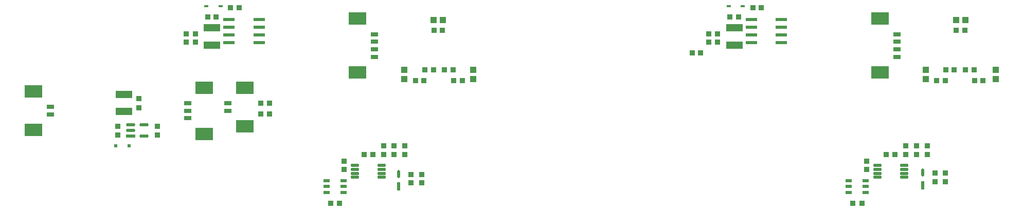
<source format=gbr>
%TF.GenerationSoftware,Altium Limited,Altium Designer,23.7.1 (13)*%
G04 Layer_Color=128*
%FSLAX45Y45*%
%MOMM*%
%TF.SameCoordinates,F0F8C17F-0DA8-4E41-987A-5915CA82B15D*%
%TF.FilePolarity,Positive*%
%TF.FileFunction,Paste,Bot*%
%TF.Part,Single*%
G01*
G75*
%TA.AperFunction,SMDPad,CuDef*%
%ADD10R,0.91213X0.95814*%
%ADD11R,0.95872X0.91213*%
G04:AMPARAMS|DCode=31|XSize=1.50524mm|YSize=0.57213mm|CornerRadius=0.28606mm|HoleSize=0mm|Usage=FLASHONLY|Rotation=0.000|XOffset=0mm|YOffset=0mm|HoleType=Round|Shape=RoundedRectangle|*
%AMROUNDEDRECTD31*
21,1,1.50524,0.00000,0,0,0.0*
21,1,0.93311,0.57213,0,0,0.0*
1,1,0.57213,0.46655,0.00000*
1,1,0.57213,-0.46655,0.00000*
1,1,0.57213,-0.46655,0.00000*
1,1,0.57213,0.46655,0.00000*
%
%ADD31ROUNDEDRECTD31*%
%ADD32R,1.50524X0.57213*%
%ADD34R,0.80000X0.45000*%
%ADD35R,1.97000X0.60000*%
%ADD36R,3.00000X2.10000*%
%ADD37R,1.30000X0.80000*%
%ADD38R,1.05000X1.00000*%
%ADD39R,0.47583X1.35523*%
G04:AMPARAMS|DCode=40|XSize=1.35523mm|YSize=0.47583mm|CornerRadius=0.23791mm|HoleSize=0mm|Usage=FLASHONLY|Rotation=90.000|XOffset=0mm|YOffset=0mm|HoleType=Round|Shape=RoundedRectangle|*
%AMROUNDEDRECTD40*
21,1,1.35523,0.00000,0,0,90.0*
21,1,0.87941,0.47583,0,0,90.0*
1,1,0.47583,0.00000,0.43970*
1,1,0.47583,0.00000,-0.43970*
1,1,0.47583,0.00000,-0.43970*
1,1,0.47583,0.00000,0.43970*
%
%ADD40ROUNDEDRECTD40*%
%ADD41R,0.95814X0.91213*%
G04:AMPARAMS|DCode=42|XSize=0.45mm|YSize=1.35mm|CornerRadius=0.0495mm|HoleSize=0mm|Usage=FLASHONLY|Rotation=90.000|XOffset=0mm|YOffset=0mm|HoleType=Round|Shape=RoundedRectangle|*
%AMROUNDEDRECTD42*
21,1,0.45000,1.25100,0,0,90.0*
21,1,0.35100,1.35000,0,0,90.0*
1,1,0.09900,0.62550,0.17550*
1,1,0.09900,0.62550,-0.17550*
1,1,0.09900,-0.62550,-0.17550*
1,1,0.09900,-0.62550,0.17550*
%
%ADD42ROUNDEDRECTD42*%
%ADD43R,1.10000X0.60000*%
%ADD44R,2.70000X1.30000*%
%ADD45R,0.91213X0.95872*%
%ADD46R,1.00000X1.05000*%
%TA.AperFunction,NonConductor*%
%ADD62R,0.50000X0.50000*%
D10*
X7075000Y729800D02*
D03*
Y870199D02*
D03*
X7250000D02*
D03*
Y729800D02*
D03*
X6950000Y1179801D02*
D03*
Y1320200D02*
D03*
X-1650000Y1179801D02*
D03*
Y1320200D02*
D03*
X-1375000Y709859D02*
D03*
Y850258D02*
D03*
X6775000Y1320200D02*
D03*
Y1179801D02*
D03*
X-1825000Y1320200D02*
D03*
Y1179801D02*
D03*
X-1550000Y850258D02*
D03*
Y709859D02*
D03*
X-2000000Y1320200D02*
D03*
Y1179801D02*
D03*
X-2650000Y1070200D02*
D03*
Y929801D02*
D03*
X6600000Y1320200D02*
D03*
Y1179801D02*
D03*
X5950000Y1070200D02*
D03*
Y929801D02*
D03*
X3500000Y3170199D02*
D03*
Y3029800D02*
D03*
X-5100000Y3170199D02*
D03*
Y3029800D02*
D03*
X3350000Y3170199D02*
D03*
Y3029800D02*
D03*
X-5250000Y3170199D02*
D03*
Y3029800D02*
D03*
D11*
X-2872671Y375000D02*
D03*
X-2727329D02*
D03*
X-2177329Y1175000D02*
D03*
X-2322671D02*
D03*
X5727329Y375000D02*
D03*
X5872671D02*
D03*
X6422671Y1175000D02*
D03*
X6277329D02*
D03*
D31*
X-5939952Y1480000D02*
D03*
Y1670000D02*
D03*
X-6160048D02*
D03*
Y1575000D02*
D03*
D32*
Y1480000D02*
D03*
D34*
X-4915000Y3625000D02*
D03*
X-4685000D02*
D03*
X3685000Y3625000D02*
D03*
X3915000D02*
D03*
D35*
X-4050000Y3025000D02*
D03*
Y3152000D02*
D03*
Y3279000D02*
D03*
Y3406000D02*
D03*
X-4545000D02*
D03*
Y3279000D02*
D03*
Y3152000D02*
D03*
Y3025000D02*
D03*
X4550000D02*
D03*
Y3152000D02*
D03*
Y3279000D02*
D03*
Y3406000D02*
D03*
X4055000D02*
D03*
Y3279000D02*
D03*
Y3152000D02*
D03*
Y3025000D02*
D03*
D36*
X-2425000Y2532500D02*
D03*
Y3417500D02*
D03*
X-7762500Y2217500D02*
D03*
Y1582500D02*
D03*
X6175000Y3417500D02*
D03*
Y2532500D02*
D03*
X-4287500Y1645000D02*
D03*
Y2280000D02*
D03*
X-4950000Y2280000D02*
D03*
Y1520000D02*
D03*
D37*
X-2150000Y3162500D02*
D03*
Y3037500D02*
D03*
Y2912500D02*
D03*
Y2787500D02*
D03*
X-7487500Y1962500D02*
D03*
Y1837500D02*
D03*
X6450000Y2787500D02*
D03*
Y2912500D02*
D03*
Y3037500D02*
D03*
Y3162500D02*
D03*
X-4562500Y1900000D02*
D03*
Y2025000D02*
D03*
X-5225000Y1775000D02*
D03*
Y2025000D02*
D03*
Y1900000D02*
D03*
D38*
X7425000Y3400000D02*
D03*
X7575000D02*
D03*
X-1025000D02*
D03*
X-1175000D02*
D03*
D39*
X6875000Y672452D02*
D03*
X-1750000Y652511D02*
D03*
D40*
X6875000Y877548D02*
D03*
X-1750000Y857607D02*
D03*
D41*
X-3879800Y2025000D02*
D03*
X-4020199D02*
D03*
Y1850000D02*
D03*
X-3879800D02*
D03*
X7729800Y2400000D02*
D03*
X7870199D02*
D03*
X7104800D02*
D03*
X7245199D02*
D03*
X7579800Y2575000D02*
D03*
X7720199D02*
D03*
X7395200D02*
D03*
X7254801D02*
D03*
X7429800Y3225000D02*
D03*
X7570199D02*
D03*
X-845199Y2400000D02*
D03*
X-704800D02*
D03*
X-1475000Y2399999D02*
D03*
X-1334601D02*
D03*
X-995199Y2575000D02*
D03*
X-854800D02*
D03*
X-1179801D02*
D03*
X-1320200D02*
D03*
X-1170200Y3225000D02*
D03*
X-1029801D02*
D03*
X3079801Y2850000D02*
D03*
X3220200D02*
D03*
X4079801Y3600000D02*
D03*
X4220200D02*
D03*
X-4520199D02*
D03*
X-4379800D02*
D03*
X3704801Y3450000D02*
D03*
X3845200D02*
D03*
X-4895199D02*
D03*
X-4754800D02*
D03*
D42*
X-2472500Y997500D02*
D03*
X-2027500D02*
D03*
Y932500D02*
D03*
Y867500D02*
D03*
Y802500D02*
D03*
X-2472500Y932500D02*
D03*
Y867500D02*
D03*
Y802500D02*
D03*
X6127500Y997500D02*
D03*
X6572500D02*
D03*
Y932500D02*
D03*
Y867500D02*
D03*
Y802500D02*
D03*
X6127500Y932500D02*
D03*
Y867500D02*
D03*
Y802500D02*
D03*
D43*
X-2940000Y745000D02*
D03*
Y650000D02*
D03*
Y555000D02*
D03*
X-2660000D02*
D03*
Y650000D02*
D03*
Y745000D02*
D03*
X5660000D02*
D03*
Y650000D02*
D03*
Y555000D02*
D03*
X5940000D02*
D03*
Y650000D02*
D03*
Y745000D02*
D03*
D44*
X3775000Y3265000D02*
D03*
Y2985000D02*
D03*
X-4825000Y3265000D02*
D03*
Y2985000D02*
D03*
X-6275000Y2165000D02*
D03*
Y1885000D02*
D03*
D45*
X-5725000Y1644671D02*
D03*
Y1499329D02*
D03*
X-6375000Y1644671D02*
D03*
Y1499329D02*
D03*
X-6025000Y1952329D02*
D03*
Y2097671D02*
D03*
D46*
X8075000Y2425000D02*
D03*
Y2575000D02*
D03*
X6925000Y2425000D02*
D03*
Y2575000D02*
D03*
X-525000Y2425000D02*
D03*
Y2575000D02*
D03*
X-1654800Y2425000D02*
D03*
Y2575000D02*
D03*
D62*
X-6190000Y1325002D02*
D03*
X-6410000D02*
D03*
%TF.MD5,36da5417d6f579373aacc9f9aaf2fc1b*%
M02*

</source>
